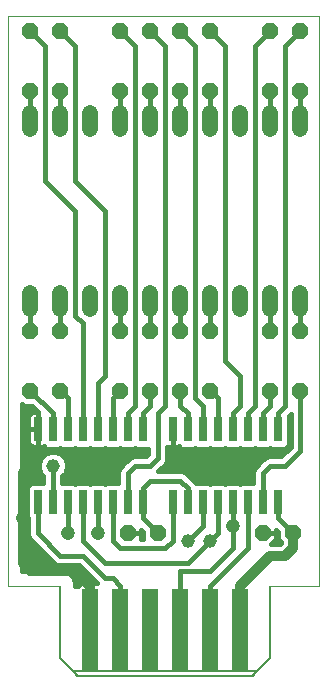
<source format=gtl>
G75*
G70*
%OFA0B0*%
%FSLAX24Y24*%
%IPPOS*%
%LPD*%
%AMOC8*
5,1,8,0,0,1.08239X$1,22.5*
%
%ADD10C,0.0000*%
%ADD11C,0.0520*%
%ADD12OC8,0.0520*%
%ADD13R,0.0260X0.0800*%
%ADD14R,0.0520X0.2756*%
%ADD15C,0.0050*%
%ADD16C,0.0160*%
%ADD17C,0.0320*%
%ADD18C,0.0475*%
%ADD19C,0.0460*%
D10*
X000431Y003135D02*
X000431Y022131D01*
X010801Y022131D01*
X010801Y003135D01*
X009181Y003135D01*
X002181Y003135D02*
X000431Y003135D01*
D11*
X001181Y012375D02*
X001181Y012895D01*
X002181Y012895D02*
X002181Y012375D01*
X003181Y012375D02*
X003181Y012895D01*
X004181Y012895D02*
X004181Y012375D01*
X005181Y012375D02*
X005181Y012895D01*
X006181Y012895D02*
X006181Y012375D01*
X007181Y012375D02*
X007181Y012895D01*
X008181Y012895D02*
X008181Y012375D01*
X009181Y012375D02*
X009181Y012895D01*
X010181Y012895D02*
X010181Y012375D01*
X010181Y018375D02*
X010181Y018895D01*
X009181Y018895D02*
X009181Y018375D01*
X008181Y018375D02*
X008181Y018895D01*
X007181Y018895D02*
X007181Y018375D01*
X006181Y018375D02*
X006181Y018895D01*
X005181Y018895D02*
X005181Y018375D01*
X004181Y018375D02*
X004181Y018895D01*
X003181Y018895D02*
X003181Y018375D01*
X002181Y018375D02*
X002181Y018895D01*
X001181Y018895D02*
X001181Y018375D01*
D12*
X001181Y019635D03*
X002181Y019635D03*
X002181Y021635D03*
X001181Y021635D03*
X004181Y021635D03*
X005181Y021635D03*
X006181Y021635D03*
X007181Y021635D03*
X007181Y019635D03*
X006181Y019635D03*
X005181Y019635D03*
X004181Y019635D03*
X004181Y011635D03*
X005181Y011635D03*
X006181Y011635D03*
X007181Y011635D03*
X007181Y009635D03*
X006181Y009635D03*
X005181Y009635D03*
X004181Y009635D03*
X002181Y009635D03*
X001181Y009635D03*
X001181Y011635D03*
X002181Y011635D03*
X004431Y004885D03*
X005431Y004885D03*
X008931Y004885D03*
X009931Y004885D03*
X010181Y009635D03*
X009181Y009635D03*
X009181Y011635D03*
X010181Y011635D03*
X010181Y019635D03*
X009181Y019635D03*
X009181Y021635D03*
X010181Y021635D03*
D13*
X009431Y008345D03*
X008931Y008345D03*
X008431Y008345D03*
X007931Y008345D03*
X007431Y008345D03*
X006931Y008345D03*
X006431Y008345D03*
X005931Y008345D03*
X004931Y008345D03*
X004431Y008345D03*
X003931Y008345D03*
X003431Y008345D03*
X002931Y008345D03*
X002431Y008345D03*
X001931Y008345D03*
X001431Y008345D03*
X001431Y005925D03*
X001931Y005925D03*
X002431Y005925D03*
X002931Y005925D03*
X003431Y005925D03*
X003931Y005925D03*
X004431Y005925D03*
X004931Y005925D03*
X005931Y005925D03*
X006431Y005925D03*
X006931Y005925D03*
X007431Y005925D03*
X007931Y005925D03*
X008431Y005925D03*
X008931Y005925D03*
X009431Y005925D03*
D14*
X008181Y001660D03*
X007181Y001660D03*
X006181Y001660D03*
X005181Y001660D03*
X004181Y001660D03*
X003181Y001660D03*
D15*
X002181Y000722D02*
X002619Y000285D01*
X008744Y000285D01*
X008619Y000135D01*
X002744Y000135D01*
X002619Y000285D01*
X002181Y000722D01*
X002744Y000160D01*
X002744Y000160D01*
X002619Y000285D01*
X002181Y000722D02*
X002181Y003135D01*
X008619Y000160D02*
X009181Y000722D01*
X009181Y003135D01*
X008619Y000160D02*
X008619Y000160D01*
D16*
X007181Y001660D02*
X007181Y003135D01*
X008431Y004385D01*
X008431Y005925D01*
X008181Y006535D02*
X008109Y006565D01*
X007754Y006565D01*
X007681Y006535D01*
X007609Y006565D01*
X007254Y006565D01*
X007181Y006535D01*
X007109Y006565D01*
X006754Y006565D01*
X006711Y006547D01*
X006703Y006566D01*
X006453Y006816D01*
X006363Y006906D01*
X006245Y006955D01*
X005454Y006955D01*
X005703Y007204D01*
X005751Y007321D01*
X005751Y007449D01*
X005751Y007772D01*
X005778Y007765D01*
X005931Y007765D01*
X005931Y008345D01*
X005931Y007385D01*
X006181Y007135D01*
X008181Y007135D01*
X008254Y006565D02*
X008181Y006535D01*
X008254Y006565D02*
X008609Y006565D01*
X008611Y006564D01*
X008611Y006821D01*
X008611Y006949D01*
X008660Y007066D01*
X008910Y007316D01*
X009000Y007406D01*
X009118Y007455D01*
X009549Y007455D01*
X009861Y007768D01*
X009861Y008862D01*
X009799Y008800D01*
X009801Y008793D01*
X009801Y007897D01*
X009765Y007809D01*
X009697Y007741D01*
X009609Y007705D01*
X009254Y007705D01*
X009181Y007735D01*
X009109Y007705D01*
X008754Y007705D01*
X008681Y007735D01*
X008609Y007705D01*
X008254Y007705D01*
X008181Y007735D01*
X008109Y007705D01*
X007754Y007705D01*
X007681Y007735D01*
X007609Y007705D01*
X007254Y007705D01*
X007181Y007735D01*
X007109Y007705D01*
X006754Y007705D01*
X006681Y007735D01*
X006609Y007705D01*
X006254Y007705D01*
X006165Y007741D01*
X006130Y007777D01*
X006085Y007765D01*
X005932Y007765D01*
X005932Y008345D01*
X005931Y008345D01*
X005931Y008245D02*
X005932Y008245D01*
X005931Y008086D02*
X005932Y008086D01*
X005931Y007928D02*
X005932Y007928D01*
X005931Y007769D02*
X005932Y007769D01*
X005761Y007769D02*
X005751Y007769D01*
X005751Y007611D02*
X009705Y007611D01*
X009725Y007769D02*
X009861Y007769D01*
X009861Y007928D02*
X009801Y007928D01*
X009801Y008086D02*
X009861Y008086D01*
X009861Y008245D02*
X009801Y008245D01*
X009801Y008404D02*
X009861Y008404D01*
X009861Y008562D02*
X009801Y008562D01*
X009801Y008721D02*
X009861Y008721D01*
X009681Y009135D02*
X009681Y021135D01*
X010181Y021635D01*
X009181Y021635D02*
X008681Y021135D01*
X008681Y009135D01*
X008431Y008885D01*
X008431Y008345D01*
X007931Y008885D02*
X008181Y009135D01*
X008181Y010135D01*
X007681Y010635D01*
X007681Y021135D01*
X007181Y021635D01*
X006681Y021135D02*
X006181Y021635D01*
X005681Y021135D02*
X005181Y021635D01*
X004681Y021135D02*
X004181Y021635D01*
X004681Y021135D02*
X004681Y009135D01*
X004431Y008885D01*
X004431Y008345D01*
X004181Y007735D02*
X004109Y007705D01*
X003754Y007705D01*
X003681Y007735D01*
X003609Y007705D01*
X003254Y007705D01*
X003181Y007735D01*
X003109Y007705D01*
X002754Y007705D01*
X002681Y007735D01*
X002609Y007705D01*
X002254Y007705D01*
X002181Y007735D01*
X002109Y007705D01*
X001754Y007705D01*
X001665Y007741D01*
X001630Y007777D01*
X001585Y007765D01*
X001432Y007765D01*
X001432Y008345D01*
X001431Y008345D01*
X001431Y008345D01*
X001121Y008345D01*
X001121Y008769D01*
X001134Y008814D01*
X001157Y008855D01*
X001191Y008889D01*
X001232Y008913D01*
X001278Y008925D01*
X001431Y008925D01*
X001431Y008345D01*
X001121Y008345D01*
X001121Y007921D01*
X001134Y007875D01*
X001157Y007834D01*
X001191Y007801D01*
X001232Y007777D01*
X001278Y007765D01*
X001431Y007765D01*
X001431Y008345D01*
X001431Y007385D01*
X001533Y007401D02*
X001461Y007228D01*
X001461Y007041D01*
X001533Y006869D01*
X001611Y006790D01*
X001611Y006564D01*
X001609Y006565D01*
X001254Y006565D01*
X001165Y006528D01*
X001098Y006461D01*
X001061Y006373D01*
X001061Y005477D01*
X001098Y005389D01*
X001111Y005376D01*
X001111Y004949D01*
X001111Y004821D01*
X001160Y004704D01*
X002000Y003864D01*
X002118Y003815D01*
X002245Y003815D01*
X002799Y003815D01*
X003396Y003217D01*
X003231Y003217D01*
X003231Y003135D01*
X003131Y003135D01*
X003131Y003217D01*
X002898Y003217D01*
X002852Y003205D01*
X002811Y003182D01*
X002778Y003148D01*
X002770Y003135D01*
X002686Y003135D01*
X002686Y003235D01*
X002609Y003421D01*
X002467Y003563D01*
X002282Y003640D01*
X002081Y003640D01*
X002021Y003615D01*
X000911Y003615D01*
X000911Y009198D01*
X000974Y009135D01*
X001229Y009135D01*
X001439Y008925D01*
X001432Y008925D01*
X001432Y008345D01*
X001431Y008345D01*
X001431Y008404D02*
X001432Y008404D01*
X001431Y008562D02*
X001432Y008562D01*
X001431Y008721D02*
X001432Y008721D01*
X001431Y008879D02*
X001432Y008879D01*
X001326Y009038D02*
X000911Y009038D01*
X000911Y009196D02*
X000913Y009196D01*
X000911Y008879D02*
X001181Y008879D01*
X001121Y008721D02*
X000911Y008721D01*
X000911Y008562D02*
X001121Y008562D01*
X001121Y008404D02*
X000911Y008404D01*
X000911Y008245D02*
X001121Y008245D01*
X001121Y008086D02*
X000911Y008086D01*
X000911Y007928D02*
X001121Y007928D01*
X001261Y007769D02*
X000911Y007769D01*
X000911Y007611D02*
X005111Y007611D01*
X005111Y007518D02*
X005111Y007706D01*
X005109Y007705D01*
X004754Y007705D01*
X004681Y007735D01*
X004609Y007705D01*
X004254Y007705D01*
X004181Y007735D01*
X004500Y007406D02*
X004250Y007156D01*
X004160Y007066D01*
X004111Y006949D01*
X004111Y006564D01*
X004109Y006565D01*
X003754Y006565D01*
X003681Y006535D01*
X003609Y006565D01*
X003254Y006565D01*
X003181Y006535D01*
X003109Y006565D01*
X002754Y006565D01*
X002681Y006535D01*
X002609Y006565D01*
X002254Y006565D01*
X002251Y006564D01*
X002251Y006790D01*
X002330Y006869D01*
X002401Y007041D01*
X002401Y007228D01*
X002330Y007401D01*
X002198Y007533D01*
X002025Y007605D01*
X001838Y007605D01*
X001665Y007533D01*
X001533Y007401D01*
X001584Y007452D02*
X000911Y007452D01*
X000911Y007294D02*
X001489Y007294D01*
X001461Y007135D02*
X000911Y007135D01*
X000911Y006977D02*
X001488Y006977D01*
X001584Y006818D02*
X000911Y006818D01*
X000911Y006660D02*
X001611Y006660D01*
X001931Y007135D02*
X001931Y005925D01*
X002251Y006660D02*
X004111Y006660D01*
X004111Y006818D02*
X002279Y006818D01*
X002375Y006977D02*
X004123Y006977D01*
X004229Y007135D02*
X002401Y007135D01*
X002374Y007294D02*
X004388Y007294D01*
X004500Y007406D02*
X004618Y007455D01*
X004745Y007455D01*
X005049Y007455D01*
X005111Y007518D01*
X005431Y007385D02*
X005181Y007135D01*
X004681Y007135D01*
X004431Y006885D01*
X004431Y005925D01*
X004931Y005925D02*
X004931Y005385D01*
X005431Y004885D01*
X005681Y004385D02*
X004181Y004385D01*
X003931Y004635D01*
X003931Y005925D01*
X003431Y005925D02*
X003431Y004885D01*
X002931Y004635D02*
X003681Y003885D01*
X006431Y003885D01*
X007181Y004635D01*
X007431Y004885D01*
X007431Y005925D01*
X006931Y005925D02*
X006931Y005135D01*
X006431Y004635D01*
X006181Y003635D02*
X006181Y001660D01*
X006181Y003635D02*
X007181Y003635D01*
X007931Y004385D01*
X007931Y005135D01*
X007931Y005925D01*
X008611Y006660D02*
X006609Y006660D01*
X006451Y006818D02*
X008611Y006818D01*
X008623Y006977D02*
X005476Y006977D01*
X005634Y007135D02*
X008729Y007135D01*
X008888Y007294D02*
X005740Y007294D01*
X005751Y007452D02*
X009111Y007452D01*
X009181Y007135D02*
X009681Y007135D01*
X010181Y007635D01*
X010181Y009635D01*
X009681Y009135D02*
X009431Y008885D01*
X009431Y008345D01*
X008931Y008885D02*
X009181Y009135D01*
X009181Y009635D01*
X008931Y008885D02*
X008931Y008345D01*
X009181Y007135D02*
X008931Y006885D01*
X008931Y005925D01*
X009431Y005925D02*
X009431Y005385D01*
X009931Y004885D01*
X009531Y004578D02*
X009531Y004551D01*
X009516Y004535D01*
X009204Y004535D01*
X009371Y004703D01*
X009371Y004885D01*
X009371Y004992D01*
X009431Y004932D01*
X009431Y004678D01*
X009531Y004578D01*
X009511Y004599D02*
X009267Y004599D01*
X009371Y004757D02*
X009431Y004757D01*
X009371Y004885D02*
X008932Y004885D01*
X009371Y004885D01*
X009371Y004916D02*
X009431Y004916D01*
X008932Y004885D02*
X008932Y004885D01*
X007931Y008345D02*
X007931Y008885D01*
X007431Y009385D02*
X007431Y008345D01*
X006931Y008345D02*
X006931Y009135D01*
X006681Y009385D01*
X006681Y021135D01*
X006181Y019635D02*
X006181Y018635D01*
X005181Y018635D02*
X005181Y019635D01*
X005681Y021135D02*
X005681Y009135D01*
X005431Y008885D01*
X005431Y007385D01*
X005181Y006635D02*
X004931Y006385D01*
X004931Y005925D01*
X005181Y006635D02*
X006181Y006635D01*
X006431Y006385D01*
X006431Y005925D01*
X005931Y005925D02*
X005931Y004635D01*
X005681Y004385D01*
X004931Y004705D02*
X004871Y004705D01*
X004871Y004885D01*
X004871Y004992D01*
X004931Y004932D01*
X004931Y004705D01*
X004931Y004757D02*
X004871Y004757D01*
X004871Y004885D02*
X004432Y004885D01*
X004871Y004885D01*
X004871Y004916D02*
X004931Y004916D01*
X004432Y004885D02*
X004432Y004885D01*
X003931Y003385D02*
X003681Y003385D01*
X002931Y004135D01*
X002181Y004135D01*
X001431Y004885D01*
X001431Y005925D01*
X001061Y005867D02*
X000911Y005867D01*
X000911Y006025D02*
X001061Y006025D01*
X001061Y006184D02*
X000911Y006184D01*
X000911Y006343D02*
X001061Y006343D01*
X001138Y006501D02*
X000911Y006501D01*
X000911Y005708D02*
X001061Y005708D01*
X001061Y005550D02*
X000911Y005550D01*
X000911Y005391D02*
X001097Y005391D01*
X001111Y005233D02*
X000911Y005233D01*
X000911Y005074D02*
X001111Y005074D01*
X001111Y004916D02*
X000911Y004916D01*
X000911Y004757D02*
X001138Y004757D01*
X001265Y004599D02*
X000911Y004599D01*
X000911Y004440D02*
X001424Y004440D01*
X001582Y004281D02*
X000911Y004281D01*
X000911Y004123D02*
X001741Y004123D01*
X001899Y003964D02*
X000911Y003964D01*
X000911Y003806D02*
X002808Y003806D01*
X002966Y003647D02*
X000911Y003647D01*
X002431Y004885D02*
X002431Y005925D01*
X002931Y005925D02*
X002931Y004635D01*
X003125Y003489D02*
X002542Y003489D01*
X002647Y003330D02*
X003284Y003330D01*
X003231Y003172D02*
X003131Y003172D01*
X002801Y003172D02*
X002686Y003172D01*
X003931Y003385D02*
X004181Y003135D01*
X004181Y001660D01*
X004611Y007452D02*
X002279Y007452D01*
X002431Y008345D02*
X002431Y009385D01*
X002181Y009635D01*
X001931Y008885D02*
X001181Y009635D01*
X001931Y008885D02*
X001931Y008345D01*
X001638Y007769D02*
X001602Y007769D01*
X001432Y007769D02*
X001431Y007769D01*
X001431Y007928D02*
X001432Y007928D01*
X001431Y008086D02*
X001432Y008086D01*
X001431Y008245D02*
X001432Y008245D01*
X002931Y008345D02*
X002931Y011885D01*
X002681Y012135D01*
X002681Y015635D01*
X001681Y016635D01*
X001681Y021135D01*
X001181Y021635D01*
X002181Y021635D02*
X002681Y021135D01*
X002681Y016635D01*
X003681Y015635D01*
X003681Y010135D01*
X003431Y009885D01*
X003431Y008345D01*
X003931Y008345D02*
X003931Y009385D01*
X004181Y009635D01*
X004931Y008885D02*
X004931Y008345D01*
X004931Y008885D02*
X005181Y009135D01*
X005181Y009635D01*
X006181Y009635D02*
X006181Y009135D01*
X006431Y008885D01*
X006431Y008345D01*
X006138Y007769D02*
X006102Y007769D01*
X007431Y009385D02*
X007181Y009635D01*
X007181Y011635D02*
X007181Y012635D01*
X006181Y012635D02*
X006181Y011635D01*
X005181Y011635D02*
X005181Y012635D01*
X004181Y012635D02*
X004181Y011635D01*
X002181Y011635D02*
X002181Y012635D01*
X001181Y012635D02*
X001181Y011635D01*
X001181Y018635D02*
X001181Y019635D01*
X002181Y019635D02*
X002181Y018635D01*
X004181Y018635D02*
X004181Y019635D01*
X007181Y019635D02*
X007181Y018635D01*
X009181Y018635D02*
X009181Y019635D01*
X010181Y019635D02*
X010181Y018635D01*
X010181Y012635D02*
X010181Y011635D01*
X009181Y011635D02*
X009181Y012635D01*
D17*
X009931Y004885D02*
X009931Y004385D01*
X009681Y004135D01*
X009181Y004135D01*
X008181Y003135D01*
X008181Y001660D01*
X003181Y001660D02*
X003181Y003135D01*
X002681Y003635D01*
X001181Y003635D01*
X000931Y003885D01*
X000931Y005385D01*
X000931Y006885D01*
X001431Y007385D01*
D18*
X000931Y005385D03*
X002431Y004885D03*
X003431Y004885D03*
X006181Y007135D03*
X007931Y005135D03*
X008181Y007135D03*
D19*
X007181Y004635D03*
X006431Y004635D03*
X001931Y007135D03*
M02*

</source>
